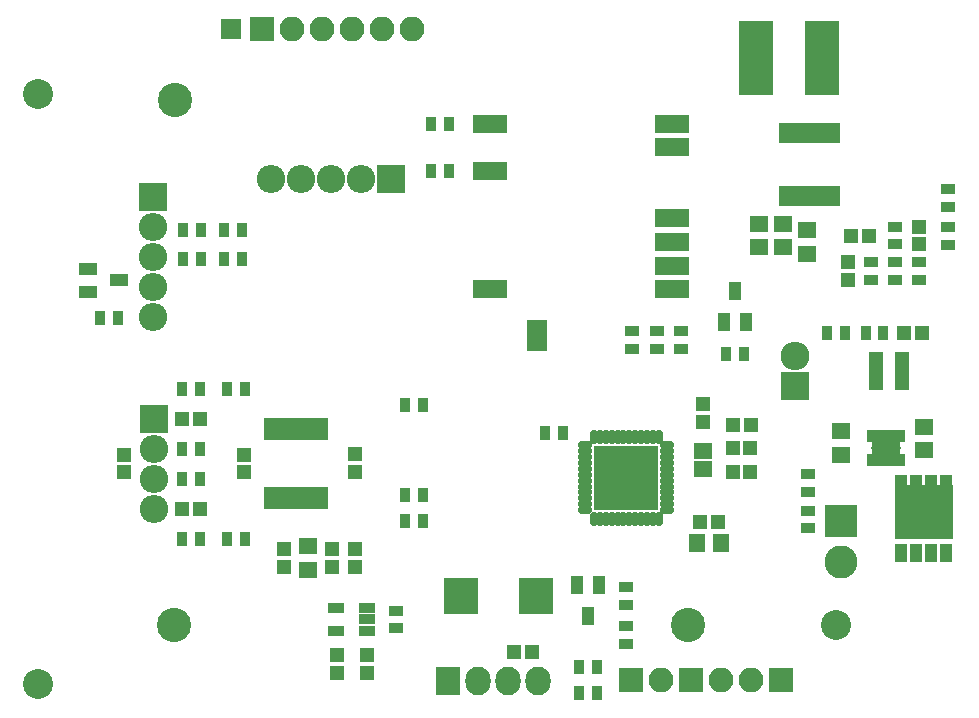
<source format=gts>
G04 #@! TF.FileFunction,Soldermask,Top*
%FSLAX46Y46*%
G04 Gerber Fmt 4.6, Leading zero omitted, Abs format (unit mm)*
G04 Created by KiCad (PCBNEW 4.0.7) date 2018 November 15, Thursday 00:25:11*
%MOMM*%
%LPD*%
G01*
G04 APERTURE LIST*
%ADD10C,0.050000*%
%ADD11C,2.540000*%
%ADD12C,2.900000*%
%ADD13R,1.150000X1.200000*%
%ADD14R,1.200000X1.150000*%
%ADD15C,2.800000*%
%ADD16R,2.800000X2.800000*%
%ADD17R,2.432000X2.432000*%
%ADD18O,2.432000X2.432000*%
%ADD19R,1.289000X1.289000*%
%ADD20R,2.100000X2.100000*%
%ADD21O,2.100000X2.100000*%
%ADD22R,1.300000X0.900000*%
%ADD23R,0.900000X1.300000*%
%ADD24O,0.680000X1.250000*%
%ADD25O,1.250000X0.680000*%
%ADD26R,5.500000X5.500000*%
%ADD27R,0.850000X1.900000*%
%ADD28R,1.649680X1.398220*%
%ADD29R,2.850000X6.300000*%
%ADD30R,1.200000X3.300000*%
%ADD31R,0.781000X1.797000*%
%ADD32O,2.398980X2.398980*%
%ADD33R,2.398980X2.398980*%
%ADD34R,2.900000X1.500000*%
%ADD35R,1.670000X1.365200*%
%ADD36R,1.100000X1.600000*%
%ADD37R,4.900000X4.690000*%
%ADD38R,1.950000X2.000000*%
%ADD39R,1.950000X1.600000*%
%ADD40R,2.400000X1.300000*%
%ADD41R,0.650000X1.000000*%
%ADD42C,1.004800*%
%ADD43C,1.009600*%
%ADD44R,1.050000X1.620000*%
%ADD45R,1.620000X1.050000*%
%ADD46R,1.650000X1.400000*%
%ADD47R,1.400000X1.650000*%
%ADD48R,2.950000X3.100000*%
%ADD49R,2.127200X2.432000*%
%ADD50O,2.127200X2.432000*%
%ADD51R,1.750000X1.750000*%
%ADD52R,1.400000X0.950000*%
G04 APERTURE END LIST*
D10*
D11*
X66210000Y5005000D03*
X-1290000Y50005000D03*
D12*
X10190000Y5000000D03*
X53750000Y5000000D03*
D13*
X55000000Y22250000D03*
X55000000Y23750000D03*
D14*
X57500000Y20000000D03*
X59000000Y20000000D03*
X57500000Y18000000D03*
X59000000Y18000000D03*
X56250000Y13705000D03*
X54750000Y13705000D03*
X39000000Y2750000D03*
X40500000Y2750000D03*
X72000000Y29750000D03*
X73500000Y29750000D03*
D13*
X5940000Y19440000D03*
X5940000Y17940000D03*
D14*
X10905000Y22500000D03*
X12405000Y22500000D03*
X10905000Y14880000D03*
X12405000Y14880000D03*
D13*
X16100000Y17940000D03*
X16100000Y19440000D03*
X25500000Y18000000D03*
X25500000Y19500000D03*
X25545000Y11440000D03*
X25545000Y9940000D03*
X23545000Y9940000D03*
X23545000Y11440000D03*
X19545000Y9940000D03*
X19545000Y11440000D03*
D15*
X66690000Y10355000D03*
D16*
X66690000Y13855000D03*
D17*
X62750000Y25250000D03*
D18*
X62750000Y27790000D03*
D19*
X57500000Y22000000D03*
X59024000Y22000000D03*
D20*
X61600000Y330000D03*
D21*
X59060000Y330000D03*
D20*
X48900000Y330000D03*
D21*
X51440000Y330000D03*
D22*
X63890000Y16305000D03*
X63890000Y17805000D03*
X63890000Y13205000D03*
X63890000Y14705000D03*
X73250000Y35750000D03*
X73250000Y34250000D03*
X71250000Y38750000D03*
X71250000Y37250000D03*
X71250000Y34250000D03*
X71250000Y35750000D03*
X48490000Y3455000D03*
X48490000Y4955000D03*
X75740000Y40405000D03*
X75740000Y41905000D03*
X75740000Y38705000D03*
X75740000Y37205000D03*
D23*
X65500000Y29750000D03*
X67000000Y29750000D03*
X68750000Y29750000D03*
X70250000Y29750000D03*
X31940000Y47455000D03*
X33440000Y47455000D03*
X12405000Y17420000D03*
X10905000Y17420000D03*
X12405000Y19960000D03*
X10905000Y19960000D03*
X12405000Y25040000D03*
X10905000Y25040000D03*
X12405000Y12340000D03*
X10905000Y12340000D03*
X16215000Y12340000D03*
X14715000Y12340000D03*
X16215000Y25040000D03*
X14715000Y25040000D03*
X31295000Y23690000D03*
X29795000Y23690000D03*
X31295000Y16010000D03*
X29795000Y16010000D03*
X31295000Y13810000D03*
X29795000Y13810000D03*
X5450000Y31000000D03*
X3950000Y31000000D03*
X12450000Y38500000D03*
X10950000Y38500000D03*
X10950000Y36000000D03*
X12450000Y36000000D03*
X15950000Y38500000D03*
X14450000Y38500000D03*
X14450000Y36000000D03*
X15950000Y36000000D03*
D24*
X51250000Y20975000D03*
X50750000Y20975000D03*
X50250000Y20975000D03*
X49750000Y20975000D03*
X49250000Y20975000D03*
X48750000Y20975000D03*
X48250000Y20975000D03*
X47750000Y20975000D03*
X47250000Y20975000D03*
X46750000Y20975000D03*
X46250000Y20975000D03*
X45750000Y20975000D03*
D25*
X45025000Y20250000D03*
X45025000Y19750000D03*
X45025000Y19250000D03*
X45025000Y18750000D03*
X45025000Y18250000D03*
X45025000Y17750000D03*
X45025000Y17250000D03*
X45025000Y16750000D03*
X45025000Y16250000D03*
X45025000Y15750000D03*
X45025000Y15250000D03*
X45025000Y14750000D03*
D24*
X45750000Y14025000D03*
X46250000Y14025000D03*
X46750000Y14025000D03*
X47250000Y14025000D03*
X47750000Y14025000D03*
X48250000Y14025000D03*
X48750000Y14025000D03*
X49250000Y14025000D03*
X49750000Y14025000D03*
X50250000Y14025000D03*
X50750000Y14025000D03*
X51250000Y14025000D03*
D25*
X51975000Y14750000D03*
X51975000Y15250000D03*
X51975000Y15750000D03*
X51975000Y16250000D03*
X51975000Y16750000D03*
X51975000Y17250000D03*
X51975000Y17750000D03*
X51975000Y18250000D03*
X51975000Y18750000D03*
X51975000Y19250000D03*
X51975000Y19750000D03*
X51975000Y20250000D03*
D26*
X48500000Y17500000D03*
D27*
X22820000Y21640000D03*
X22170000Y21640000D03*
X21520000Y21640000D03*
X20870000Y21640000D03*
X20220000Y21640000D03*
X19570000Y21640000D03*
X18920000Y21640000D03*
X18270000Y21640000D03*
X18270000Y15740000D03*
X18920000Y15740000D03*
X19570000Y15740000D03*
X20220000Y15740000D03*
X20870000Y15740000D03*
X21520000Y15740000D03*
X22170000Y15740000D03*
X22820000Y15740000D03*
D28*
X55000000Y19749300D03*
X55000000Y18250700D03*
D20*
X53980000Y330000D03*
D21*
X56520000Y330000D03*
D12*
X10250000Y49500000D03*
D13*
X67250000Y34250000D03*
X67250000Y35750000D03*
D14*
X69000000Y38000000D03*
X67500000Y38000000D03*
D13*
X73250000Y37250000D03*
X73250000Y38750000D03*
D29*
X65025000Y53000000D03*
X59475000Y53000000D03*
D30*
X71850000Y26500000D03*
X69650000Y26500000D03*
D22*
X69250000Y34250000D03*
X69250000Y35750000D03*
D31*
X66222500Y46667000D03*
X65587500Y46667000D03*
X64952500Y46667000D03*
X64317500Y46667000D03*
X63682500Y46667000D03*
X63047500Y46667000D03*
X62412500Y46667000D03*
X61777500Y46667000D03*
X61777500Y41333000D03*
X62412500Y41333000D03*
X63047500Y41333000D03*
X63682500Y41333000D03*
X64317500Y41333000D03*
X64952500Y41333000D03*
X65587500Y41333000D03*
X66222500Y41333000D03*
D32*
X20960000Y42760000D03*
D33*
X28580000Y42760000D03*
D32*
X26040000Y42760000D03*
X23500000Y42760000D03*
X18420000Y42760000D03*
X8480000Y14880000D03*
D33*
X8480000Y22500000D03*
D32*
X8480000Y19960000D03*
X8480000Y17420000D03*
X8440000Y33680000D03*
D33*
X8440000Y41300000D03*
D32*
X8440000Y38760000D03*
X8440000Y36220000D03*
X8440000Y31140000D03*
D20*
X17610000Y55500000D03*
D21*
X20150000Y55500000D03*
X22690000Y55500000D03*
X25230000Y55500000D03*
X27770000Y55500000D03*
X30310000Y55500000D03*
D23*
X31940000Y43455000D03*
X33440000Y43455000D03*
D22*
X53090000Y28405000D03*
X53090000Y29905000D03*
X48990000Y28395000D03*
X48990000Y29895000D03*
X51085000Y28395000D03*
X51085000Y29895000D03*
D34*
X36990000Y47455000D03*
X36990000Y43455000D03*
X36990000Y33455000D03*
X52390000Y33455000D03*
X52390000Y35455000D03*
X52390000Y37455000D03*
X52390000Y39455000D03*
X52390000Y45455000D03*
X52390000Y47455000D03*
D35*
X40940000Y28935000D03*
X40940000Y30205000D03*
D36*
X71780000Y11155000D03*
X73050000Y11155000D03*
X74330000Y11155000D03*
X75600000Y11155000D03*
X75600000Y16955000D03*
X74330000Y16955000D03*
X73050000Y16955000D03*
X71780000Y16955000D03*
D37*
X73690000Y14555000D03*
D38*
X72600000Y15305000D03*
X74780000Y15305000D03*
D39*
X72600000Y13305000D03*
X74780000Y13305000D03*
D40*
X70500000Y20000000D03*
D41*
X70750000Y21000000D03*
D42*
X71250000Y20000000D03*
D43*
X69750000Y20000000D03*
D41*
X71750000Y21000000D03*
X71250000Y21000000D03*
X70250000Y21000000D03*
X69750000Y21000000D03*
X69250000Y21000000D03*
X69250000Y19000000D03*
X69750000Y19000000D03*
X70250000Y19000000D03*
X70750000Y19000000D03*
X71250000Y19000000D03*
X71750000Y19000000D03*
D11*
X-1290000Y5000D03*
D44*
X46200000Y8370000D03*
X44300000Y8370000D03*
X45250000Y5750000D03*
X56760000Y30695000D03*
X58660000Y30695000D03*
X57710000Y33315000D03*
D45*
X2885000Y35160000D03*
X2885000Y33260000D03*
X5505000Y34210000D03*
D46*
X73690000Y21805000D03*
X73690000Y19805000D03*
X63750000Y38455000D03*
X63750000Y36455000D03*
X66690000Y21455000D03*
X66690000Y19455000D03*
X59750000Y39000000D03*
X59750000Y37000000D03*
X61750000Y39000000D03*
X61750000Y37000000D03*
D47*
X56500000Y11955000D03*
X54500000Y11955000D03*
D48*
X40810000Y7505000D03*
X34460000Y7505000D03*
D46*
X21545000Y9690000D03*
X21545000Y11690000D03*
D23*
X43110000Y21305000D03*
X41610000Y21305000D03*
D22*
X48500000Y8250000D03*
X48500000Y6750000D03*
D23*
X58460000Y28005000D03*
X56960000Y28005000D03*
D49*
X33420000Y250000D03*
D50*
X35960000Y250000D03*
X38500000Y250000D03*
X41040000Y250000D03*
D51*
X15000000Y55500000D03*
D23*
X46000000Y-750000D03*
X44500000Y-750000D03*
X46000000Y1500000D03*
X44500000Y1500000D03*
D13*
X26500000Y2500000D03*
X26500000Y1000000D03*
X24000000Y2500000D03*
X24000000Y1000000D03*
D22*
X29000000Y4750000D03*
X29000000Y6250000D03*
D52*
X26550000Y4550000D03*
X26550000Y5500000D03*
X26550000Y6450000D03*
X23950000Y6450000D03*
X23950000Y4550000D03*
M02*

</source>
